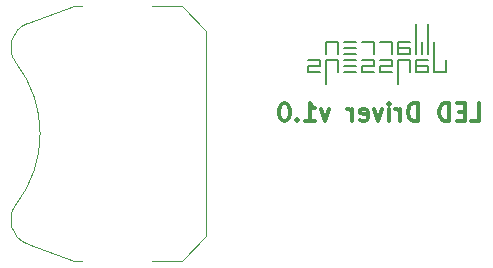
<source format=gbo>
G04 #@! TF.FileFunction,Legend,Bot*
%FSLAX46Y46*%
G04 Gerber Fmt 4.6, Leading zero omitted, Abs format (unit mm)*
G04 Created by KiCad (PCBNEW 4.0.7) date Saturday, November 24, 2018 'AMt' 11:25:14 AM*
%MOMM*%
%LPD*%
G01*
G04 APERTURE LIST*
%ADD10C,0.100000*%
%ADD11C,0.300000*%
%ADD12C,0.150000*%
G04 APERTURE END LIST*
D10*
D11*
X157964284Y-130178571D02*
X158678570Y-130178571D01*
X158678570Y-128678571D01*
X157464284Y-129392857D02*
X156964284Y-129392857D01*
X156749998Y-130178571D02*
X157464284Y-130178571D01*
X157464284Y-128678571D01*
X156749998Y-128678571D01*
X156107141Y-130178571D02*
X156107141Y-128678571D01*
X155749998Y-128678571D01*
X155535713Y-128750000D01*
X155392855Y-128892857D01*
X155321427Y-129035714D01*
X155249998Y-129321429D01*
X155249998Y-129535714D01*
X155321427Y-129821429D01*
X155392855Y-129964286D01*
X155535713Y-130107143D01*
X155749998Y-130178571D01*
X156107141Y-130178571D01*
X153464284Y-130178571D02*
X153464284Y-128678571D01*
X153107141Y-128678571D01*
X152892856Y-128750000D01*
X152749998Y-128892857D01*
X152678570Y-129035714D01*
X152607141Y-129321429D01*
X152607141Y-129535714D01*
X152678570Y-129821429D01*
X152749998Y-129964286D01*
X152892856Y-130107143D01*
X153107141Y-130178571D01*
X153464284Y-130178571D01*
X151964284Y-130178571D02*
X151964284Y-129178571D01*
X151964284Y-129464286D02*
X151892856Y-129321429D01*
X151821427Y-129250000D01*
X151678570Y-129178571D01*
X151535713Y-129178571D01*
X151035713Y-130178571D02*
X151035713Y-129178571D01*
X151035713Y-128678571D02*
X151107142Y-128750000D01*
X151035713Y-128821429D01*
X150964285Y-128750000D01*
X151035713Y-128678571D01*
X151035713Y-128821429D01*
X150464284Y-129178571D02*
X150107141Y-130178571D01*
X149749999Y-129178571D01*
X148607142Y-130107143D02*
X148749999Y-130178571D01*
X149035713Y-130178571D01*
X149178570Y-130107143D01*
X149249999Y-129964286D01*
X149249999Y-129392857D01*
X149178570Y-129250000D01*
X149035713Y-129178571D01*
X148749999Y-129178571D01*
X148607142Y-129250000D01*
X148535713Y-129392857D01*
X148535713Y-129535714D01*
X149249999Y-129678571D01*
X147892856Y-130178571D02*
X147892856Y-129178571D01*
X147892856Y-129464286D02*
X147821428Y-129321429D01*
X147749999Y-129250000D01*
X147607142Y-129178571D01*
X147464285Y-129178571D01*
X145964285Y-129178571D02*
X145607142Y-130178571D01*
X145250000Y-129178571D01*
X143892857Y-130178571D02*
X144750000Y-130178571D01*
X144321428Y-130178571D02*
X144321428Y-128678571D01*
X144464285Y-128892857D01*
X144607143Y-129035714D01*
X144750000Y-129107143D01*
X143250000Y-130035714D02*
X143178572Y-130107143D01*
X143250000Y-130178571D01*
X143321429Y-130107143D01*
X143250000Y-130035714D01*
X143250000Y-130178571D01*
X142250000Y-128678571D02*
X142107143Y-128678571D01*
X141964286Y-128750000D01*
X141892857Y-128821429D01*
X141821428Y-128964286D01*
X141750000Y-129250000D01*
X141750000Y-129607143D01*
X141821428Y-129892857D01*
X141892857Y-130035714D01*
X141964286Y-130107143D01*
X142107143Y-130178571D01*
X142250000Y-130178571D01*
X142392857Y-130107143D01*
X142464286Y-130035714D01*
X142535714Y-129892857D01*
X142607143Y-129607143D01*
X142607143Y-129250000D01*
X142535714Y-128964286D01*
X142464286Y-128821429D01*
X142392857Y-128750000D01*
X142250000Y-128678571D01*
D10*
X119446464Y-137254601D02*
G75*
G03X119450000Y-125250000I-7806464J6004601D01*
G01*
X119433470Y-137253354D02*
G75*
G03X120420000Y-140590000I1716530J-1306646D01*
G01*
X124370000Y-142030000D02*
X120420000Y-140590000D01*
X135540000Y-139950000D02*
X133460000Y-142030000D01*
X135540000Y-122550000D02*
X135540000Y-139950000D01*
X135540000Y-122550000D02*
X133460000Y-120470000D01*
X124370000Y-120470000D02*
X120420000Y-121910000D01*
X120411831Y-121924756D02*
G75*
G03X119450000Y-125250000I738169J-2015244D01*
G01*
X133460000Y-142030000D02*
X131000000Y-142030000D01*
X125000000Y-142030000D02*
X124370000Y-142030000D01*
X133460000Y-120470000D02*
X131000000Y-120470000D01*
X125000000Y-120470000D02*
X124370000Y-120470000D01*
D12*
X151790000Y-126008000D02*
X151790000Y-127024000D01*
X151790000Y-124992000D02*
X151790000Y-126008000D01*
X144170000Y-126008000D02*
X145186000Y-126008000D01*
X145694000Y-124992000D02*
X145694000Y-127024000D01*
X153314000Y-124484000D02*
X153314000Y-121944000D01*
X154330000Y-124484000D02*
X154330000Y-121944000D01*
X154838000Y-126008000D02*
X154838000Y-123468000D01*
X155854000Y-126008000D02*
X154838000Y-126008000D01*
X155854000Y-124992000D02*
X155854000Y-126008000D01*
X144170000Y-125500000D02*
X144170000Y-126008000D01*
X145186000Y-125500000D02*
X144170000Y-125500000D01*
X145186000Y-124992000D02*
X145186000Y-125500000D01*
X144170000Y-124992000D02*
X145186000Y-124992000D01*
X146710000Y-124992000D02*
X145694000Y-124992000D01*
X146710000Y-126008000D02*
X146710000Y-124992000D01*
X148234000Y-126008000D02*
X147218000Y-126008000D01*
X148234000Y-125500000D02*
X147218000Y-125500000D01*
X148234000Y-124992000D02*
X147218000Y-124992000D01*
X148742000Y-126008000D02*
X149758000Y-126008000D01*
X148742000Y-125500000D02*
X148742000Y-126008000D01*
X149758000Y-125500000D02*
X148742000Y-125500000D01*
X149758000Y-124992000D02*
X149758000Y-125500000D01*
X148742000Y-124992000D02*
X149758000Y-124992000D01*
X150266000Y-126008000D02*
X151282000Y-126008000D01*
X150266000Y-125500000D02*
X150266000Y-126008000D01*
X151282000Y-125500000D02*
X150266000Y-125500000D01*
X151282000Y-124992000D02*
X151282000Y-125500000D01*
X150266000Y-124992000D02*
X151282000Y-124992000D01*
X152806000Y-124992000D02*
X151790000Y-124992000D01*
X152806000Y-126008000D02*
X152806000Y-124992000D01*
X154330000Y-125500000D02*
X153314000Y-125500000D01*
X154330000Y-126008000D02*
X154330000Y-125500000D01*
X153314000Y-126008000D02*
X154330000Y-126008000D01*
X153314000Y-124992000D02*
X153314000Y-126008000D01*
X154330000Y-124992000D02*
X153314000Y-124992000D01*
X153822000Y-124484000D02*
X153822000Y-123468000D01*
X152806000Y-123976000D02*
X151790000Y-123976000D01*
X152806000Y-124484000D02*
X152806000Y-123976000D01*
X151790000Y-124484000D02*
X152806000Y-124484000D01*
X151790000Y-123468000D02*
X151790000Y-124484000D01*
X152806000Y-123468000D02*
X151790000Y-123468000D01*
X145694000Y-123468000D02*
X145694000Y-124484000D01*
X146710000Y-123468000D02*
X145694000Y-123468000D01*
X146710000Y-124484000D02*
X146710000Y-123468000D01*
X148234000Y-123976000D02*
X147218000Y-123976000D01*
X148234000Y-123468000D02*
X147218000Y-123468000D01*
X148234000Y-124484000D02*
X147218000Y-124484000D01*
X151282000Y-123468000D02*
X151282000Y-124484000D01*
X151282000Y-123468000D02*
X150266000Y-123468000D01*
X149758000Y-123468000D02*
X149758000Y-124484000D01*
X149758000Y-124484000D02*
X149758000Y-123468000D01*
X149758000Y-123468000D02*
X148742000Y-123468000D01*
M02*

</source>
